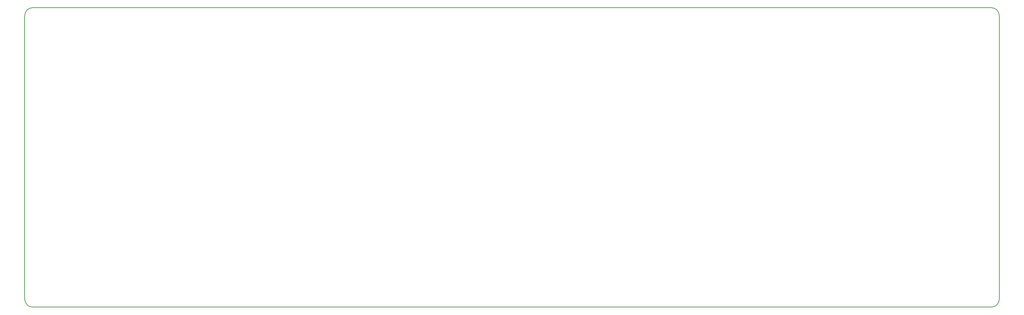
<source format=gm1>
G04 #@! TF.GenerationSoftware,KiCad,Pcbnew,(5.1.5-0-10_14)*
G04 #@! TF.CreationDate,2020-11-29T18:14:47+02:00*
G04 #@! TF.ProjectId,Louhi,4c6f7568-692e-46b6-9963-61645f706362,rev?*
G04 #@! TF.SameCoordinates,Original*
G04 #@! TF.FileFunction,Profile,NP*
%FSLAX46Y46*%
G04 Gerber Fmt 4.6, Leading zero omitted, Abs format (unit mm)*
G04 Created by KiCad (PCBNEW (5.1.5-0-10_14)) date 2020-11-29 18:14:47*
%MOMM*%
%LPD*%
G04 APERTURE LIST*
%ADD10C,0.200000*%
G04 APERTURE END LIST*
D10*
X83160000Y-59489998D02*
G75*
G02X85160000Y-57490000I1999999J-1D01*
G01*
X83159999Y-131699999D02*
X83159999Y-59489999D01*
X85159999Y-133699999D02*
G75*
G02X83159999Y-131699999I0J2000000D01*
G01*
X328840000Y-133699999D02*
X85159999Y-133699999D01*
X330839999Y-131699998D02*
G75*
G02X328840000Y-133699999I-2000000J-1D01*
G01*
X330839999Y-59490000D02*
X330839999Y-131699999D01*
X328840001Y-57490000D02*
G75*
G02X330839999Y-59490000I-1J-1999999D01*
G01*
X85160000Y-57490000D02*
X328840000Y-57490000D01*
M02*

</source>
